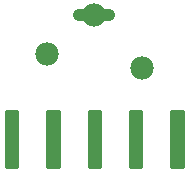
<source format=gbs>
G04 #@! TF.FileFunction,Soldermask,Bot*
%FSLAX46Y46*%
G04 Gerber Fmt 4.6, Leading zero omitted, Abs format (unit mm)*
G04 Created by KiCad (PCBNEW 4.0.7) date 04/26/18 14:09:24*
%MOMM*%
%LPD*%
G01*
G04 APERTURE LIST*
%ADD10C,0.100000*%
%ADD11C,1.000000*%
%ADD12C,1.981200*%
%ADD13C,0.254000*%
G04 APERTURE END LIST*
D10*
D11*
X138430000Y-114300000D02*
X140970000Y-114300000D01*
D12*
X139700000Y-114300000D03*
X135700000Y-117550000D03*
X143700000Y-118800000D03*
D13*
G36*
X133173000Y-127173000D02*
X132227000Y-127173000D01*
X132227000Y-122427000D01*
X133173000Y-122427000D01*
X133173000Y-127173000D01*
X133173000Y-127173000D01*
G37*
X133173000Y-127173000D02*
X132227000Y-127173000D01*
X132227000Y-122427000D01*
X133173000Y-122427000D01*
X133173000Y-127173000D01*
G36*
X136673000Y-127173000D02*
X135727000Y-127173000D01*
X135727000Y-122427000D01*
X136673000Y-122427000D01*
X136673000Y-127173000D01*
X136673000Y-127173000D01*
G37*
X136673000Y-127173000D02*
X135727000Y-127173000D01*
X135727000Y-122427000D01*
X136673000Y-122427000D01*
X136673000Y-127173000D01*
G36*
X140173000Y-127173000D02*
X139227000Y-127173000D01*
X139227000Y-122427000D01*
X140173000Y-122427000D01*
X140173000Y-127173000D01*
X140173000Y-127173000D01*
G37*
X140173000Y-127173000D02*
X139227000Y-127173000D01*
X139227000Y-122427000D01*
X140173000Y-122427000D01*
X140173000Y-127173000D01*
G36*
X143673000Y-127173000D02*
X142727000Y-127173000D01*
X142727000Y-122427000D01*
X143673000Y-122427000D01*
X143673000Y-127173000D01*
X143673000Y-127173000D01*
G37*
X143673000Y-127173000D02*
X142727000Y-127173000D01*
X142727000Y-122427000D01*
X143673000Y-122427000D01*
X143673000Y-127173000D01*
G36*
X147173000Y-127173000D02*
X146227000Y-127173000D01*
X146227000Y-122427000D01*
X147173000Y-122427000D01*
X147173000Y-127173000D01*
X147173000Y-127173000D01*
G37*
X147173000Y-127173000D02*
X146227000Y-127173000D01*
X146227000Y-122427000D01*
X147173000Y-122427000D01*
X147173000Y-127173000D01*
M02*

</source>
